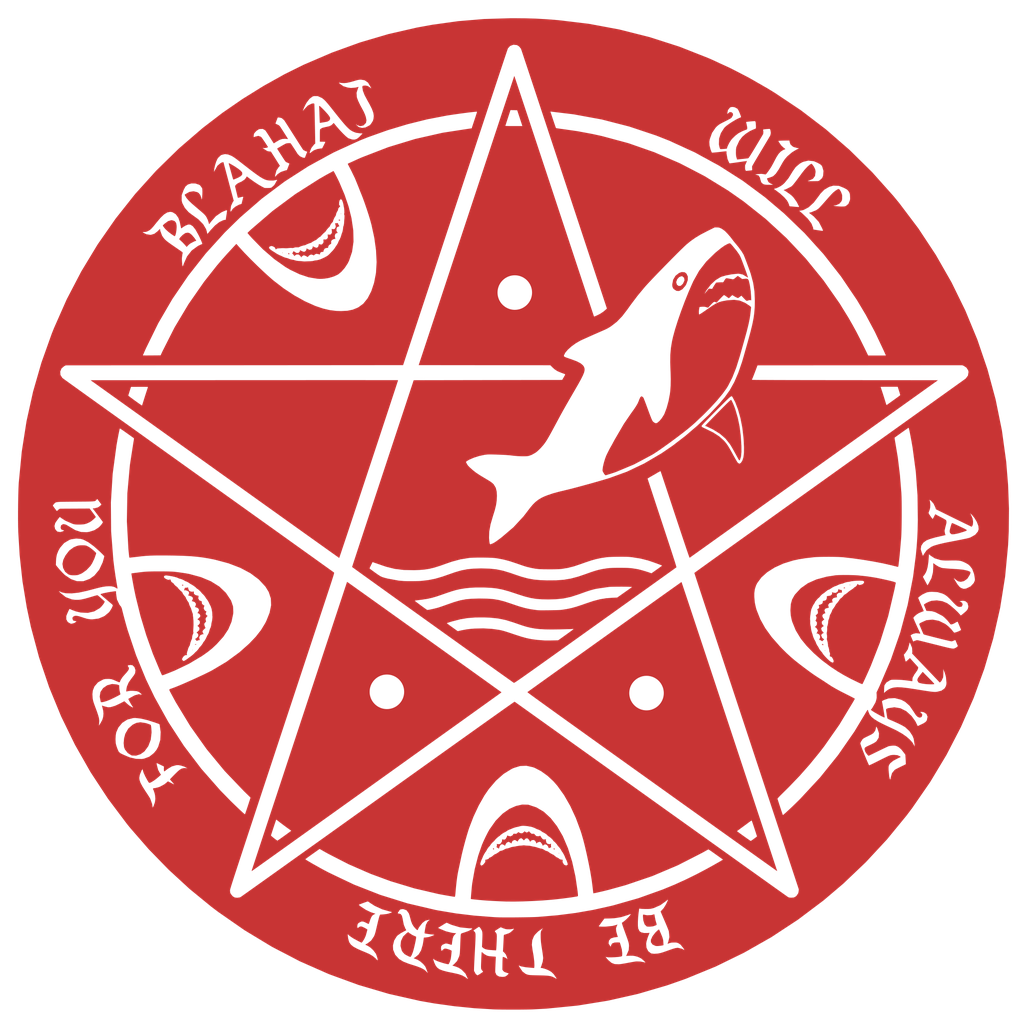
<source format=kicad_pcb>
(kicad_pcb (version 20240108) (generator "pcbnew") (generator_version "8.0")
  (layers (0 "F.Cu" signal) (31 "B.Cu" signal) (34 "B.Paste" user) (35 "F.Paste" user) (36 "B.SilkS" user "B.Silkscreen") (37 "F.SilkS" user "F.Silkscreen") (38 "B.Mask" user) (39 "F.Mask" user) (44 "Edge.Cuts" user))
  (net 0 "")
  (footprint "Graphics" (layer "F.Cu") (at 100 100)
    (property "Reference" "")
    (property "Value" "")
  )
  (footprint "Graphics" (layer "F.Cu") (at 100 100)
    (property "Reference" "")
    (property "Value" "")
  )
  (footprint "Graphics" (layer "F.Cu") (at 100 100)
    (property "Reference" "")
    (property "Value" "")
  )
  (footprint "Graphics" (layer "F.Cu") (at 100 100)
    (property "Reference" "")
    (property "Value" "")
  )
  (footprint "MountingHole:MountingHole_2.7mm_M2.5" (layer "F.Cu") (at 150.3 153.9)
    (property "Reference" "H2" (hide yes))
    (property "Value" "MountingHole")
  )
  (footprint "Graphics" (layer "F.Cu") (at 100 100)
    (property "Reference" "")
    (property "Value" "")
  )
  (footprint "Graphics" (layer "F.Cu") (at 100 100)
    (property "Reference" "")
    (property "Value" "")
  )
  (footprint "Graphics" (layer "F.Cu") (at 100 100)
    (property "Reference" "")
    (property "Value" "")
  )
  (footprint "Graphics" (layer "F.Cu") (at 100 100)
    (property "Reference" "")
    (property "Value" "")
  )
  (footprint "Graphics" (layer "F.Cu") (at 100 100)
    (property "Reference" "")
    (property "Value" "")
  )
  (footprint "Graphics" (layer "F.Cu") (at 100 100)
    (property "Reference" "")
    (property "Value" "")
  )
  (footprint "Graphics" (layer "F.Cu") (at 100 100)
    (property "Reference" "")
    (property "Value" "")
  )
  (footprint "MountingHole:MountingHole_2.7mm_M2.5" (layer "F.Cu") (at 130 153.8)
    (property "Reference" "H1" (hide yes))
    (property "Value" "MountingHole")
  )
  (footprint "Graphics" (layer "F.Cu") (at 100 100)
    (property "Reference" "")
    (property "Value" "")
  )
  (footprint "Graphics" (layer "F.Cu") (at 100 100)
    (property "Reference" "")
    (property "Value" "")
  )
  (footprint "Graphics" (layer "F.Cu") (at 100 100)
    (property "Reference" "")
    (property "Value" "")
  )
  (footprint "Graphics" (layer "F.Cu") (at 100 100)
    (property "Reference" "")
    (property "Value" "")
  )
  (footprint "Graphics" (layer "F.Cu") (at 100 100)
    (property "Reference" "")
    (property "Value" "")
  )
  (footprint "Graphics" (layer "F.Cu") (at 100 100)
    (property "Reference" "")
    (property "Value" "")
  )
  (footprint "MountingHole:MountingHole_2.7mm_M2.5" (layer "F.Cu") (at 140 122.6)
    (property "Reference" "H3" (hide yes))
    (property "Value" "MountingHole")
  )
  (footprint "Graphics" (layer "F.Cu") (at 100 100)
    (property "Reference" "")
    (property "Value" "")
  )
  (footprint "Graphics" (layer "F.Cu") (at 100 100)
    (property "Reference" "")
    (property "Value" "")
  )
  (footprint "Graphics" (layer "F.Cu") (at 100 100)
    (property "Reference" "")
    (property "Value" "")
  )
  (footprint "Graphics" (layer "B.Cu") (at 100 100)
    (property "Reference" "")
    (property "Value" "")
  )
  (footprint "Graphics" (layer "B.Cu") (at 100 100)
    (property "Reference" "")
    (property "Value" "")
  )
  (footprint "Graphics" (layer "B.Cu") (at 100 100)
    (property "Reference" "")
    (property "Value" "")
  )
  (footprint "Graphics" (layer "B.Cu") (at 100 100)
    (property "Reference" "")
    (property "Value" "")
  )
  (footprint "Graphics" (layer "B.Cu") (at 100 100)
    (property "Reference" "")
    (property "Value" "")
  )
  (footprint "Graphics" (layer "B.Cu") (at 100 100)
    (property "Reference" "")
    (property "Value" "")
  )
)
</source>
